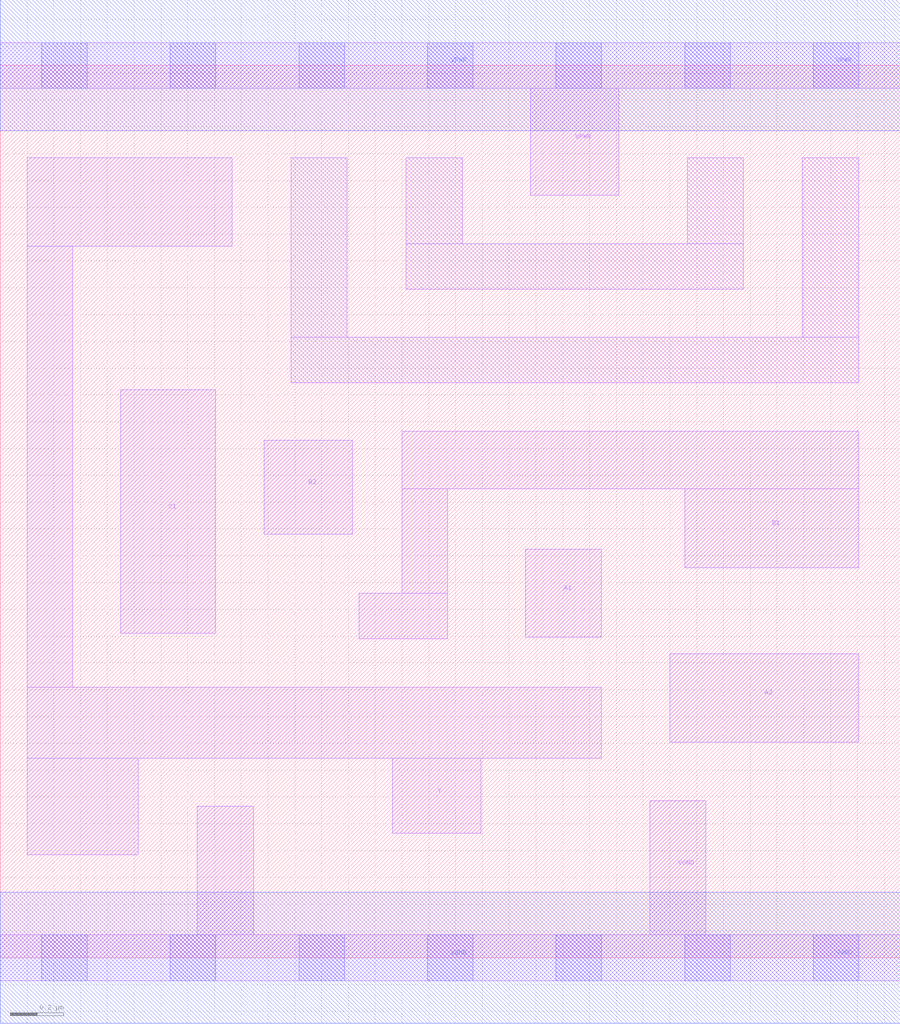
<source format=lef>
# Copyright 2020 The SkyWater PDK Authors
#
# Licensed under the Apache License, Version 2.0 (the "License");
# you may not use this file except in compliance with the License.
# You may obtain a copy of the License at
#
#     https://www.apache.org/licenses/LICENSE-2.0
#
# Unless required by applicable law or agreed to in writing, software
# distributed under the License is distributed on an "AS IS" BASIS,
# WITHOUT WARRANTIES OR CONDITIONS OF ANY KIND, either express or implied.
# See the License for the specific language governing permissions and
# limitations under the License.
#
# SPDX-License-Identifier: Apache-2.0

VERSION 5.7 ;
  NAMESCASESENSITIVE ON ;
  NOWIREEXTENSIONATPIN ON ;
  DIVIDERCHAR "/" ;
  BUSBITCHARS "[]" ;
UNITS
  DATABASE MICRONS 200 ;
END UNITS
MACRO sky130_fd_sc_lp__a221oi_m
  CLASS CORE ;
  SOURCE USER ;
  FOREIGN sky130_fd_sc_lp__a221oi_m ;
  ORIGIN  0.000000  0.000000 ;
  SIZE  3.360000 BY  3.330000 ;
  SYMMETRY X Y R90 ;
  SITE unit ;
  PIN A1
    ANTENNAGATEAREA  0.126000 ;
    DIRECTION INPUT ;
    USE SIGNAL ;
    PORT
      LAYER li1 ;
        RECT 1.960000 1.195000 2.245000 1.525000 ;
    END
  END A1
  PIN A2
    ANTENNAGATEAREA  0.126000 ;
    DIRECTION INPUT ;
    USE SIGNAL ;
    PORT
      LAYER li1 ;
        RECT 2.500000 0.805000 3.205000 1.135000 ;
    END
  END A2
  PIN B1
    ANTENNAGATEAREA  0.126000 ;
    DIRECTION INPUT ;
    USE SIGNAL ;
    PORT
      LAYER li1 ;
        RECT 1.340000 1.190000 1.670000 1.360000 ;
        RECT 1.500000 1.360000 1.670000 1.750000 ;
        RECT 1.500000 1.750000 3.205000 1.965000 ;
        RECT 2.555000 1.455000 3.205000 1.750000 ;
    END
  END B1
  PIN B2
    ANTENNAGATEAREA  0.126000 ;
    DIRECTION INPUT ;
    USE SIGNAL ;
    PORT
      LAYER li1 ;
        RECT 0.985000 1.580000 1.315000 1.930000 ;
    END
  END B2
  PIN C1
    ANTENNAGATEAREA  0.126000 ;
    DIRECTION INPUT ;
    USE SIGNAL ;
    PORT
      LAYER li1 ;
        RECT 0.450000 1.210000 0.805000 2.120000 ;
    END
  END C1
  PIN Y
    ANTENNADIFFAREA  0.386400 ;
    DIRECTION OUTPUT ;
    USE SIGNAL ;
    PORT
      LAYER li1 ;
        RECT 0.100000 0.385000 0.515000 0.745000 ;
        RECT 0.100000 0.745000 2.245000 1.010000 ;
        RECT 0.100000 1.010000 0.270000 2.655000 ;
        RECT 0.100000 2.655000 0.865000 2.985000 ;
        RECT 1.465000 0.465000 1.795000 0.745000 ;
    END
  END Y
  PIN VGND
    DIRECTION INOUT ;
    USE GROUND ;
    PORT
      LAYER li1 ;
        RECT 0.000000 -0.085000 3.360000 0.085000 ;
        RECT 0.735000  0.085000 0.945000 0.565000 ;
        RECT 2.425000  0.085000 2.635000 0.585000 ;
      LAYER mcon ;
        RECT 0.155000 -0.085000 0.325000 0.085000 ;
        RECT 0.635000 -0.085000 0.805000 0.085000 ;
        RECT 1.115000 -0.085000 1.285000 0.085000 ;
        RECT 1.595000 -0.085000 1.765000 0.085000 ;
        RECT 2.075000 -0.085000 2.245000 0.085000 ;
        RECT 2.555000 -0.085000 2.725000 0.085000 ;
        RECT 3.035000 -0.085000 3.205000 0.085000 ;
      LAYER met1 ;
        RECT 0.000000 -0.245000 3.360000 0.245000 ;
    END
  END VGND
  PIN VPWR
    DIRECTION INOUT ;
    USE POWER ;
    PORT
      LAYER li1 ;
        RECT 0.000000 3.245000 3.360000 3.415000 ;
        RECT 1.980000 2.845000 2.310000 3.245000 ;
      LAYER mcon ;
        RECT 0.155000 3.245000 0.325000 3.415000 ;
        RECT 0.635000 3.245000 0.805000 3.415000 ;
        RECT 1.115000 3.245000 1.285000 3.415000 ;
        RECT 1.595000 3.245000 1.765000 3.415000 ;
        RECT 2.075000 3.245000 2.245000 3.415000 ;
        RECT 2.555000 3.245000 2.725000 3.415000 ;
        RECT 3.035000 3.245000 3.205000 3.415000 ;
      LAYER met1 ;
        RECT 0.000000 3.085000 3.360000 3.575000 ;
    END
  END VPWR
  OBS
    LAYER li1 ;
      RECT 1.085000 2.145000 3.205000 2.315000 ;
      RECT 1.085000 2.315000 1.295000 2.985000 ;
      RECT 1.515000 2.495000 2.775000 2.665000 ;
      RECT 1.515000 2.665000 1.725000 2.985000 ;
      RECT 2.565000 2.665000 2.775000 2.985000 ;
      RECT 2.995000 2.315000 3.205000 2.985000 ;
  END
END sky130_fd_sc_lp__a221oi_m

</source>
